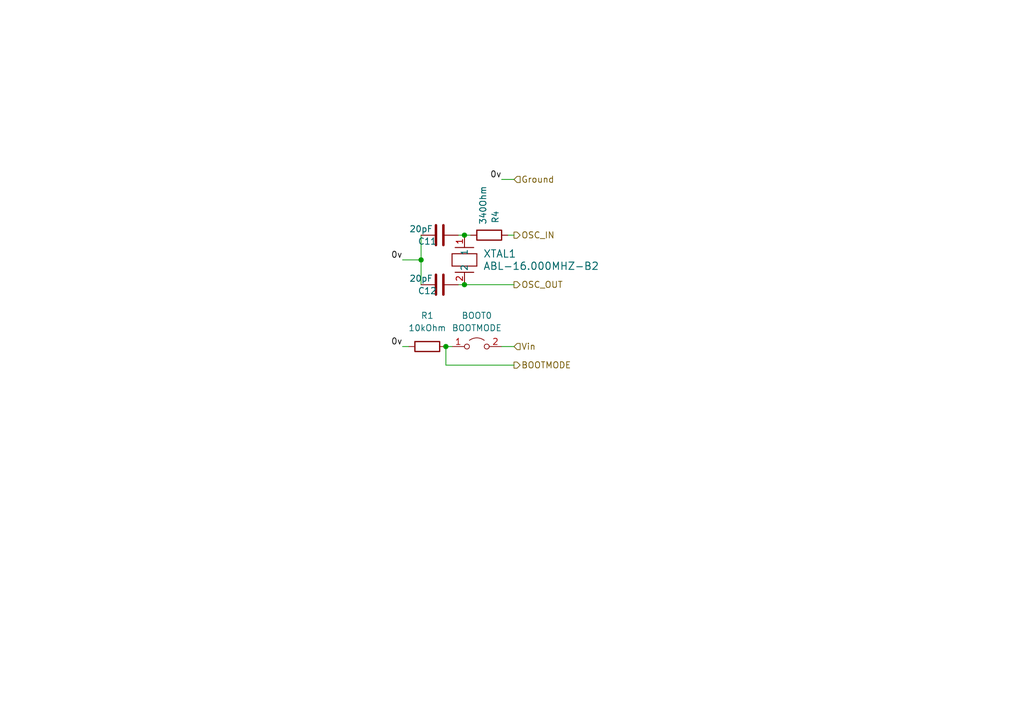
<source format=kicad_sch>
(kicad_sch (version 20230121) (generator eeschema)
  (paper "A5")
  (lib_symbols
    (symbol "ABL-16.000MHZ-B1U-T:ABL-16.000MHZ-B2" (pin_names (offset 0.254))
      (property "Reference" "XTAL" (at 5.08 4.445 0))
      (property "Value" "ABL-16.000MHZ-B2" (at 5.08 -4.445 0))
      (symbol "ABL-16.000MHZ-B2_1_1"
        (polyline (pts (xy 2.54 -1.905) (xy 2.54 1.905)) (stroke (width 0.2032)))
        (polyline (pts (xy 3.81 -2.54) (xy 3.81 2.54)) (stroke (width 0.2032)))
        (polyline (pts (xy 3.81 2.54) (xy 6.35 2.54)) (stroke (width 0.2032)))
        (polyline (pts (xy 6.35 -2.54) (xy 3.81 -2.54)) (stroke (width 0.2032)))
        (polyline (pts (xy 6.35 2.54) (xy 6.35 -2.54)) (stroke (width 0.2032)))
        (polyline (pts (xy 7.62 -1.905) (xy 7.62 1.905)) (stroke (width 0.2032)))
        (pin unspecified line (at 0 0 0) (length 2.54) (name "1") (number "1"))
        (pin unspecified line (at 10.16 0 180) (length 2.54) (name "2") (number "2"))
      )
      (symbol "ABL-16.000MHZ-B2_1_2"
        (polyline (pts (xy -2.54 3.81) (xy -2.54 6.35)) (stroke (width 0.2032)))
        (polyline (pts (xy -2.54 6.35) (xy 2.54 6.35)) (stroke (width 0.2032)))
        (polyline (pts (xy 1.905 2.54) (xy -1.905 2.54)) (stroke (width 0.2032)))
        (polyline (pts (xy 1.905 7.62) (xy -1.905 7.62)) (stroke (width 0.2032)))
        (polyline (pts (xy 2.54 3.81) (xy -2.54 3.81)) (stroke (width 0.2032)))
        (polyline (pts (xy 2.54 6.35) (xy 2.54 3.81)) (stroke (width 0.2032)))
        (pin unspecified line (at 0 0 90) (length 2.54) (name "1") (number "1"))
        (pin unspecified line (at 0 10.16 270) (length 2.54) (name "2") (number "2"))
      )
    )
    (symbol "Device:C" (pin_numbers hide) (pin_names (offset 0.254))
      (property "Reference" "C" (at 0.635 2.54 0))
      (property "Value" "C" (at 0.635 -2.54 0))
      (symbol "C_0_1"
        (polyline (pts (xy -2.032 -0.762) (xy 2.032 -0.762)) (stroke (width 0.508)))
        (polyline (pts (xy -2.032 0.762) (xy 2.032 0.762)) (stroke (width 0.508)))
      )
      (symbol "C_1_1"
        (pin passive line (at 0 3.81 270) (length 2.794) (name "~") (number "1"))
        (pin passive line (at 0 -3.81 90) (length 2.794) (name "~") (number "2"))
      )
    )
    (symbol "Device:R" (pin_numbers hide) (pin_names (offset 0))
      (property "Reference" "R" (at 2.032 0 90))
      (property "Value" "R" (at 0 0 90))
      (symbol "R_0_1"
        (rectangle (start -1.016 -2.54) (end 1.016 2.54) (stroke (width 0.254)))
      )
      (symbol "R_1_1"
        (pin passive line (at 0 3.81 270) (length 1.27) (name "~") (number "1"))
        (pin passive line (at 0 -3.81 90) (length 1.27) (name "~") (number "2"))
      )
    )
    (symbol "Jumper:Jumper_2_Open" (pin_names (offset 0) hide)
      (property "Reference" "JP" (at 0 2.794 0))
      (property "Value" "Jumper_2_Open" (at 0 -2.286 0))
      (symbol "Jumper_2_Open_0_0"
        (circle (center -2.032 0) (radius 0.508))
        (circle (center 2.032 0) (radius 0.508))
      )
      (symbol "Jumper_2_Open_0_1"
        (arc (start 1.524 1.27) (mid 0 1.778) (end -1.524 1.27))
      )
      (symbol "Jumper_2_Open_1_1"
        (pin passive line (at -5.08 0 0) (length 2.54) (name "A") (number "1"))
        (pin passive line (at 5.08 0 180) (length 2.54) (name "B") (number "2"))
      )
    )
  )
  (junction (at 95.25 58.42))
  (junction (at 95.25 48.26))
  (junction (at 86.36 53.34))
  (junction (at 91.44 71.12))
  (wire (pts (xy 102.87 36.83) (xy 105.41 36.83)))
  (wire (pts (xy 82.55 71.12) (xy 83.82 71.12)))
  (wire (pts (xy 86.36 53.34) (xy 82.55 53.34)))
  (wire (pts (xy 93.98 48.26) (xy 95.25 48.26)))
  (wire (pts (xy 86.36 48.26) (xy 86.36 53.34)))
  (wire (pts (xy 95.25 48.26) (xy 96.52 48.26)))
  (wire (pts (xy 105.41 48.26) (xy 104.14 48.26)))
  (wire (pts (xy 105.41 74.93) (xy 91.44 74.93)))
  (wire (pts (xy 102.87 71.12) (xy 105.41 71.12)))
  (wire (pts (xy 95.25 58.42) (xy 105.41 58.42)))
  (wire (pts (xy 91.44 74.93) (xy 91.44 71.12)))
  (wire (pts (xy 86.36 53.34) (xy 86.36 58.42)))
  (wire (pts (xy 92.71 71.12) (xy 91.44 71.12)))
  (wire (pts (xy 93.98 58.42) (xy 95.25 58.42)))
  (label "0v" (at 82.55 71.12 180))
  (label "0v" (at 102.87 36.83 180))
  (label "0v" (at 82.55 53.34 180))
  (hierarchical_label "Ground" (shape input) (at 105.41 36.83 0))
  (hierarchical_label "OSC_OUT" (shape output) (at 105.41 58.42 0))
  (hierarchical_label "BOOTMODE" (shape output) (at 105.41 74.93 0))
  (hierarchical_label "Vin" (shape input) (at 105.41 71.12 0))
  (hierarchical_label "OSC_IN" (shape output) (at 105.41 48.26 0))
  (symbol (lib_id "Device:R") (at 100.33 48.26 270) (unit 1)
    (property "Reference" "R4" (at 101.6 43.18 0) (effects (justify left)))
    (property "Value" "340Ohm" (at 99.06 38.1 0) (effects (justify left)))
    (property "Footprint" "Resistor_SMD:R_0805_2012Metric" (effects hide))
    (instances (project "hand" (path "" (reference "R4") (unit 1)) (path "" (reference "R13") (unit 1))) (project "shoulder" (path "" (reference "R6") (unit 1))))
  )
  (symbol (lib_id "ABL-16.000MHZ-B1U-T:ABL-16.000MHZ-B2") (at 95.25 48.26 270) (unit 1)
    (property "Reference" "XTAL1" (at 99.06 52.07 90) (effects (font (size 1.524 1.524)) (justify left)))
    (property "Value" "ABL-16.000MHZ-B2" (at 99.06 54.61 90) (effects (font (size 1.524 1.524)) (justify left)))
    (property "Footprint" "ABL-16.000MHZ-B1U-T:XTAL_ABL-16_ABR" (effects hide))
    (property "Datasheet" "ABL-16.000MHZ-B2" (effects hide))
    (instances (project "hand" (path "" (reference "XTAL1") (unit 1)) (path "" (reference "XTAL2") (unit 1))) (project "shoulder" (path "" (reference "XTAL1") (unit 1))))
  )
  (symbol (lib_id "Device:C") (at 90.17 48.26 270) (unit 1)
    (property "Reference" "C11" (at 87.63 49.53 90))
    (property "Value" "20pF" (at 86.36 46.99 90))
    (property "Footprint" "Capacitor_SMD:C_0603_1608Metric" (effects hide))
    (instances (project "hand" (path "" (reference "C11") (unit 1)) (path "" (reference "C19") (unit 1))) (project "shoulder" (path "" (reference "C6") (unit 1))))
  )
  (symbol (lib_id "Device:R") (at 87.63 71.12 90) (unit 1)
    (property "Reference" "R1" (at 87.63 64.77 90))
    (property "Value" "10kOhm" (at 87.63 67.31 90))
    (property "Footprint" "Resistor_SMD:R_0805_2012Metric" (effects hide))
    (instances (project "hand" (path "" (reference "R1") (unit 1)) (path "" (reference "R12") (unit 1))) (project "shoulder" (path "" (reference "R7") (unit 1))))
  )
  (symbol (lib_id "Jumper:Jumper_2_Open") (at 97.79 71.12 0) (unit 1)
    (property "Reference" "BOOT0" (at 97.79 64.77 0))
    (property "Value" "BOOTMODE" (at 97.79 67.31 0))
    (property "Footprint" "Connector_PinHeader_2.54mm:PinHeader_1x02_P2.54mm_Vertical" (effects hide))
    (instances (project "hand" (path "" (reference "BOOT0") (unit 1)) (path "" (reference "BOOT1") (unit 1))) (project "shoulder" (path "" (reference "BOOT1") (unit 1))))
  )
  (symbol (lib_id "Device:C") (at 90.17 58.42 270) (unit 1)
    (property "Reference" "C12" (at 87.63 59.69 90))
    (property "Value" "20pF" (at 86.36 57.15 90))
    (property "Footprint" "Capacitor_SMD:C_0603_1608Metric" (effects hide))
    (instances (project "hand" (path "" (reference "C12") (unit 1)) (path "" (reference "C20") (unit 1))) (project "shoulder" (path "" (reference "C7") (unit 1))))
  )
)
</source>
